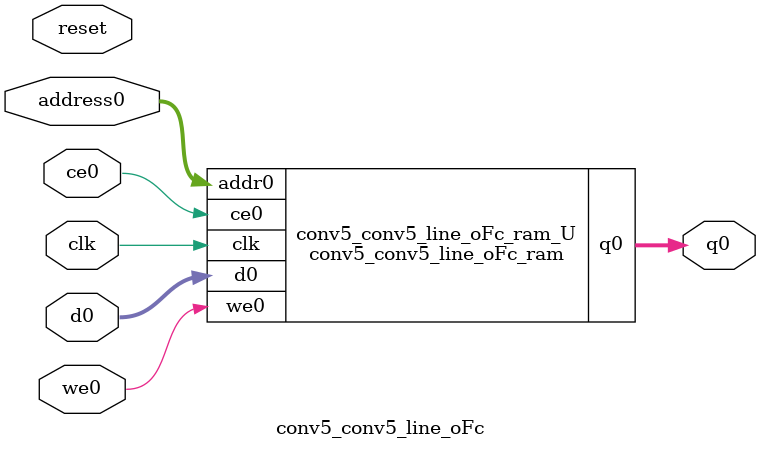
<source format=v>
`timescale 1 ns / 1 ps
module conv5_conv5_line_oFc_ram (addr0, ce0, d0, we0, q0,  clk);

parameter DWIDTH = 5;
parameter AWIDTH = 5;
parameter MEM_SIZE = 22;

input[AWIDTH-1:0] addr0;
input ce0;
input[DWIDTH-1:0] d0;
input we0;
output reg[DWIDTH-1:0] q0;
input clk;

(* ram_style = "distributed" *)reg [DWIDTH-1:0] ram[0:MEM_SIZE-1];




always @(posedge clk)  
begin 
    if (ce0) begin
        if (we0) 
            ram[addr0] <= d0; 
        q0 <= ram[addr0];
    end
end


endmodule

`timescale 1 ns / 1 ps
module conv5_conv5_line_oFc(
    reset,
    clk,
    address0,
    ce0,
    we0,
    d0,
    q0);

parameter DataWidth = 32'd5;
parameter AddressRange = 32'd22;
parameter AddressWidth = 32'd5;
input reset;
input clk;
input[AddressWidth - 1:0] address0;
input ce0;
input we0;
input[DataWidth - 1:0] d0;
output[DataWidth - 1:0] q0;



conv5_conv5_line_oFc_ram conv5_conv5_line_oFc_ram_U(
    .clk( clk ),
    .addr0( address0 ),
    .ce0( ce0 ),
    .we0( we0 ),
    .d0( d0 ),
    .q0( q0 ));

endmodule


</source>
